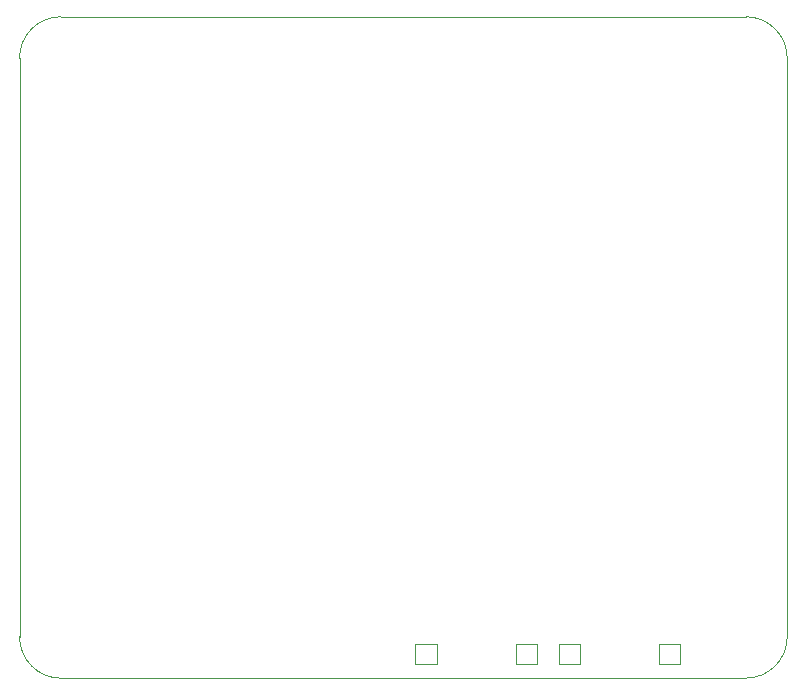
<source format=gbr>
G04 #@! TF.GenerationSoftware,KiCad,Pcbnew,9.0.6*
G04 #@! TF.CreationDate,2026-01-29T07:39:31-08:00*
G04 #@! TF.ProjectId,mutebox_hat_audio_in,6d757465-626f-4785-9f68-61745f617564,rev?*
G04 #@! TF.SameCoordinates,Original*
G04 #@! TF.FileFunction,Profile,NP*
%FSLAX46Y46*%
G04 Gerber Fmt 4.6, Leading zero omitted, Abs format (unit mm)*
G04 Created by KiCad (PCBNEW 9.0.6) date 2026-01-29 07:39:31*
%MOMM*%
%LPD*%
G01*
G04 APERTURE LIST*
G04 #@! TA.AperFunction,Profile*
%ADD10C,0.050000*%
G04 #@! TD*
G04 #@! TA.AperFunction,Profile*
%ADD11C,0.010000*%
G04 #@! TD*
G04 APERTURE END LIST*
D10*
X165000000Y-96500000D02*
X165000000Y-47500000D01*
X161500000Y-44000000D02*
X103500000Y-44000000D01*
X165000000Y-96500000D02*
G75*
G02*
X161500000Y-100000000I-3500000J0D01*
G01*
X100000000Y-47500000D02*
G75*
G02*
X103500000Y-44000000I3500000J0D01*
G01*
X161500000Y-44000000D02*
G75*
G02*
X163974874Y-45025126I0J-3500000D01*
G01*
X163974874Y-45025126D02*
G75*
G02*
X165000000Y-47500000I-2474874J-2474874D01*
G01*
X103500000Y-100000000D02*
G75*
G02*
X100000000Y-96500000I0J3500000D01*
G01*
X161500000Y-100000000D02*
X103500000Y-100000000D01*
X100000000Y-47500000D02*
X100000000Y-96500000D01*
D11*
X145650000Y-97100000D02*
X145650000Y-98800000D01*
X145650000Y-98800000D02*
X147450000Y-98800000D01*
X147450000Y-97100000D02*
X145650000Y-97100000D01*
X147450000Y-98800000D02*
X147450000Y-97100000D01*
X154150000Y-97100000D02*
X154150000Y-98800000D01*
X154150000Y-98800000D02*
X155950000Y-98800000D01*
X155950000Y-97100000D02*
X154150000Y-97100000D01*
X155950000Y-98800000D02*
X155950000Y-97100000D01*
X133512000Y-97100000D02*
X133512000Y-98800000D01*
X133512000Y-98800000D02*
X135312000Y-98800000D01*
X135312000Y-97100000D02*
X133512000Y-97100000D01*
X135312000Y-98800000D02*
X135312000Y-97100000D01*
X142012000Y-97100000D02*
X142012000Y-98800000D01*
X142012000Y-98800000D02*
X143812000Y-98800000D01*
X143812000Y-97100000D02*
X142012000Y-97100000D01*
X143812000Y-98800000D02*
X143812000Y-97100000D01*
M02*

</source>
